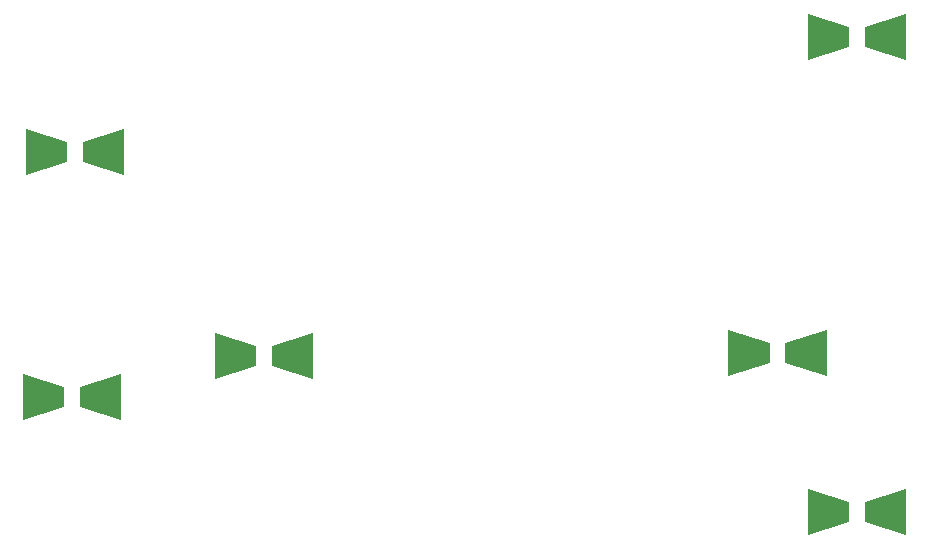
<source format=gbr>
G04 #@! TF.FileFunction,Paste,Top*
%FSLAX46Y46*%
G04 Gerber Fmt 4.6, Leading zero omitted, Abs format (unit mm)*
G04 Created by KiCad (PCBNEW 4.0.6) date 09/01/17 14:50:38*
%MOMM*%
%LPD*%
G01*
G04 APERTURE LIST*
%ADD10C,0.100000*%
G04 APERTURE END LIST*
D10*
G36*
X152663060Y-68300550D02*
X152663060Y-72199450D01*
X149162940Y-71099630D01*
X149162940Y-69400370D01*
X152663060Y-68300550D01*
X152663060Y-68300550D01*
G37*
G36*
X144336940Y-72199450D02*
X144336940Y-68300550D01*
X147837060Y-69400370D01*
X147837060Y-71099630D01*
X144336940Y-72199450D01*
X144336940Y-72199450D01*
G37*
G36*
X86413060Y-78050550D02*
X86413060Y-81949450D01*
X82912940Y-80849630D01*
X82912940Y-79150370D01*
X86413060Y-78050550D01*
X86413060Y-78050550D01*
G37*
G36*
X78086940Y-81949450D02*
X78086940Y-78050550D01*
X81587060Y-79150370D01*
X81587060Y-80849630D01*
X78086940Y-81949450D01*
X78086940Y-81949450D01*
G37*
G36*
X86163060Y-98800550D02*
X86163060Y-102699450D01*
X82662940Y-101599630D01*
X82662940Y-99900370D01*
X86163060Y-98800550D01*
X86163060Y-98800550D01*
G37*
G36*
X77836940Y-102699450D02*
X77836940Y-98800550D01*
X81337060Y-99900370D01*
X81337060Y-101599630D01*
X77836940Y-102699450D01*
X77836940Y-102699450D01*
G37*
G36*
X102413060Y-95300550D02*
X102413060Y-99199450D01*
X98912940Y-98099630D01*
X98912940Y-96400370D01*
X102413060Y-95300550D01*
X102413060Y-95300550D01*
G37*
G36*
X94086940Y-99199450D02*
X94086940Y-95300550D01*
X97587060Y-96400370D01*
X97587060Y-98099630D01*
X94086940Y-99199450D01*
X94086940Y-99199450D01*
G37*
G36*
X137586940Y-98949450D02*
X137586940Y-95050550D01*
X141087060Y-96150370D01*
X141087060Y-97849630D01*
X137586940Y-98949450D01*
X137586940Y-98949450D01*
G37*
G36*
X145913060Y-95050550D02*
X145913060Y-98949450D01*
X142412940Y-97849630D01*
X142412940Y-96150370D01*
X145913060Y-95050550D01*
X145913060Y-95050550D01*
G37*
G36*
X152663060Y-108550550D02*
X152663060Y-112449450D01*
X149162940Y-111349630D01*
X149162940Y-109650370D01*
X152663060Y-108550550D01*
X152663060Y-108550550D01*
G37*
G36*
X144336940Y-112449450D02*
X144336940Y-108550550D01*
X147837060Y-109650370D01*
X147837060Y-111349630D01*
X144336940Y-112449450D01*
X144336940Y-112449450D01*
G37*
M02*

</source>
